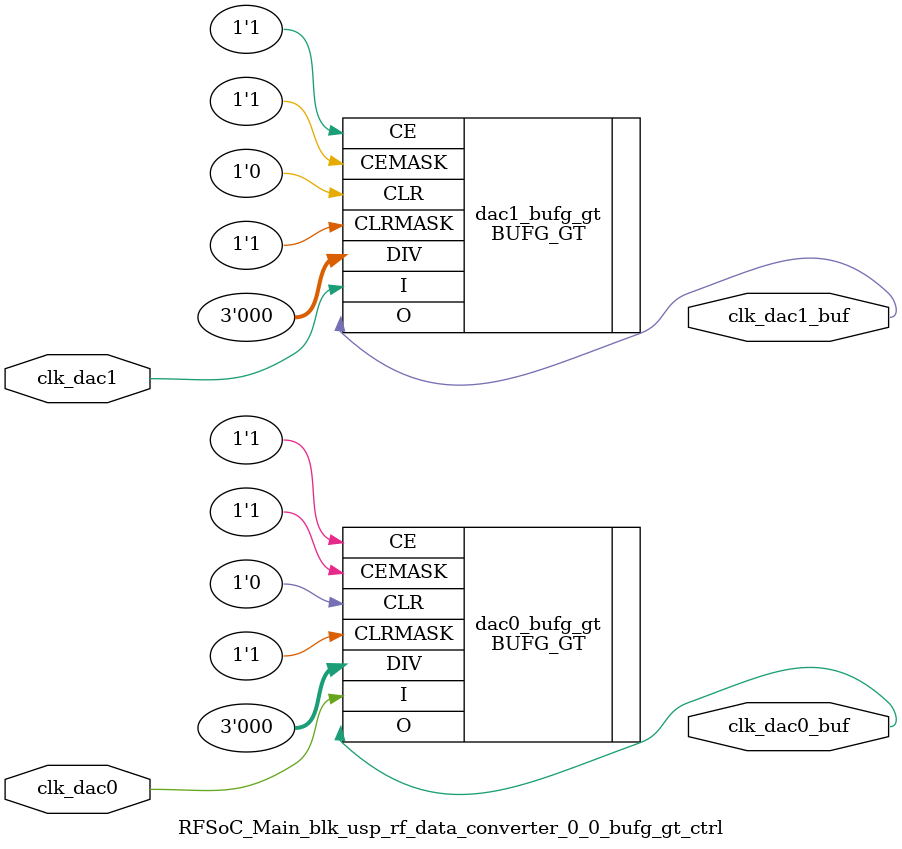
<source format=v>

`timescale 1ns / 1ps

(* DowngradeIPIdentifiedWarnings="yes" *)
module RFSoC_Main_blk_usp_rf_data_converter_0_0_bufg_gt_ctrl (
  // DAC Fabric Feedback Clock for Tile 0
  input    clk_dac0,
  output   clk_dac0_buf,
      
  // DAC Fabric Feedback Clock for Tile 1
  input    clk_dac1,
  output   clk_dac1_buf
      
);

  BUFG_GT dac0_bufg_gt
  (
    .I       (clk_dac0),
    .CE      (1'b1),
    .CEMASK  (1'b1),
    .CLR     (1'b0),
    .CLRMASK (1'b1),
    .DIV     (3'b000),
    .O       (clk_dac0_buf)
  );  

  BUFG_GT dac1_bufg_gt
  (
    .I       (clk_dac1),
    .CE      (1'b1),
    .CEMASK  (1'b1),
    .CLR     (1'b0),
    .CLRMASK (1'b1),
    .DIV     (3'b000),
    .O       (clk_dac1_buf)
  );  

 
endmodule

</source>
